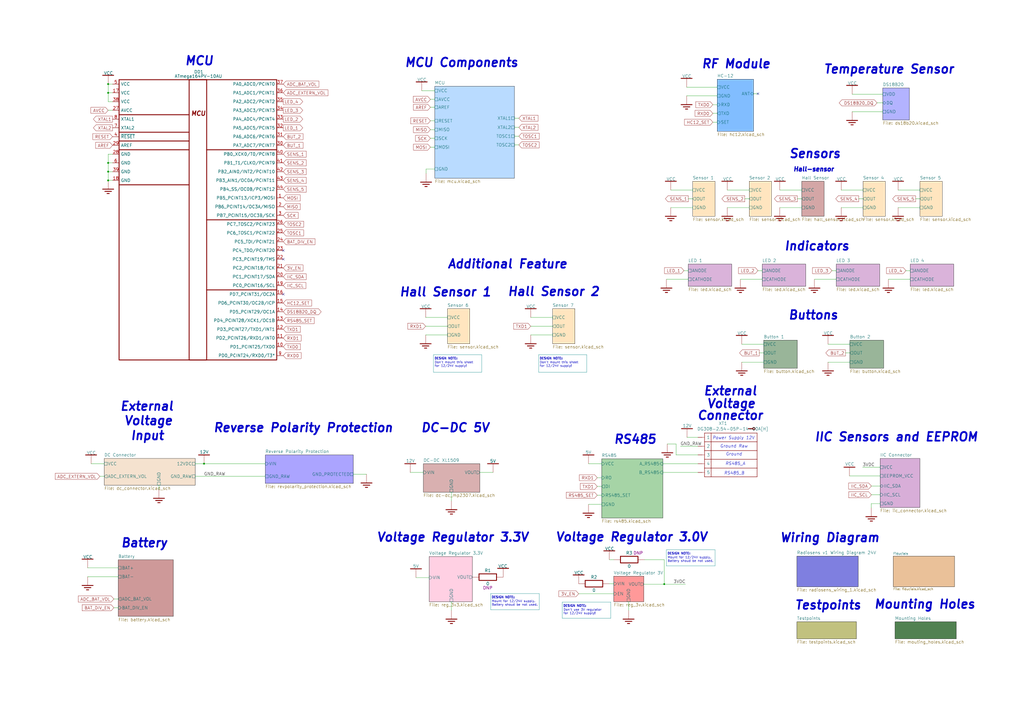
<source format=kicad_sch>
(kicad_sch (version 20230121) (generator eeschema)
  (paper "A2")
  (title_block (title "RadioSens v1") (date "2022-09-16") (comment 2 "Electrical Circuit"))
  (junction (at 385.318 338.836))
  (junction (at 62.738 104.648))
  (junction (at 62.738 94.488))
  (junction (at 62.738 48.768))
  (junction (at 62.738 99.568))
  (junction (at 118.364 268.986))
  (junction (at 62.738 53.848))
  (no_connect (at 164.338 145.288))
  (no_connect (at 164.338 150.368))
  (no_connect (at 164.338 170.688))
  (no_connect (at 439.674 54.356))
  (polyline (pts (xy 414.782 328.295) (xy 386.588 328.295)) (stroke (width 0) (color 0 132 132 1)))
  (wire (pts (xy 346.456 277.114) (xy 348.996 277.114)))
  (wire (pts (xy 356.108 324.612) (xy 353.441 324.612)))
  (wire (pts (xy 62.738 58.928) (xy 62.738 53.848)))
  (wire (pts (xy 341.376 292.608) (xy 348.996 292.608)))
  (wire (pts (xy 520.954 110.236) (xy 533.654 110.236)))
  (polyline (pts (xy 340.36 205.74) (xy 340.36 215.9)) (stroke (width 0) (color 0 132 132 1)))
  (polyline (pts (xy 326.136 349.25) (xy 354.33 349.25)) (stroke (width 0) (color 0 132 132 1)))
  (wire (pts (xy 525.526 156.972) (xy 528.066 156.972)))
  (wire (pts (xy 252.222 57.658) (xy 249.682 57.658)))
  (wire (pts (xy 261.874 354.076) (xy 261.874 348.996)))
  (polyline (pts (xy 251.46 205.74) (xy 279.4 205.74)) (stroke (width 0) (color 0 132 132 1)))
  (wire (pts (xy 261.874 290.576) (xy 261.874 285.496)))
  (wire (pts (xy 249.682 70.104) (xy 252.222 70.104)))
  (wire (pts (xy 432.054 115.316) (xy 434.594 115.316)))
  (wire (pts (xy 437.134 54.356) (xy 439.674 54.356)))
  (wire (pts (xy 118.364 268.986) (xy 153.924 268.986)))
  (wire (pts (xy 500.38 271.018) (xy 510.54 271.018)))
  (wire (pts (xy 341.376 268.986) (xy 348.996 268.986)))
  (wire (pts (xy 373.888 324.612) (xy 385.318 324.612)))
  (wire (pts (xy 392.176 263.906) (xy 404.876 263.906)))
  (polyline (pts (xy 312.801 344.297) (xy 312.801 353.695)) (stroke (width 0) (color 0 132 132 1)))
  (wire (pts (xy 62.738 94.488) (xy 65.278 94.488)))
  (wire (pts (xy 399.288 115.316) (xy 401.828 115.316)))
  (wire (pts (xy 413.512 70.866) (xy 416.052 70.866)))
  (wire (pts (xy 57.912 276.352) (xy 60.452 276.352)))
  (wire (pts (xy 389.128 110.236) (xy 401.828 110.236)))
  (wire (pts (xy 480.314 210.058) (xy 493.014 210.058)))
  (wire (pts (xy 505.46 287.02) (xy 510.54 287.02)))
  (wire (pts (xy 62.738 99.568) (xy 62.738 104.648)))
  (wire (pts (xy 246.888 184.15) (xy 259.588 184.15)))
  (wire (pts (xy 52.832 268.986) (xy 60.452 268.986)))
  (wire (pts (xy 505.46 292.1) (xy 505.46 294.64)))
  (wire (pts (xy 452.374 110.236) (xy 465.074 110.236)))
  (wire (pts (xy 249.682 85.344) (xy 252.222 85.344)))
  (wire (pts (xy 396.748 156.972) (xy 399.288 156.972)))
  (wire (pts (xy 244.602 52.578) (xy 252.222 52.578)))
  (wire (pts (xy 480.314 199.644) (xy 493.014 199.644)))
  (polyline (pts (xy 279.4 205.74) (xy 279.4 215.9)) (stroke (width 0) (color 0 132 132 1)))
  (wire (pts (xy 241.3 335.026) (xy 248.92 335.026)))
  (wire (pts (xy 92.202 283.972) (xy 92.202 281.432)))
  (polyline (pts (xy 386.588 318.897) (xy 414.782 318.897)) (stroke (width 0) (color 0 132 132 1)))
  (polyline (pts (xy 312.42 205.74) (xy 312.42 215.9)) (stroke (width 0) (color 0 132 132 1)))
  (polyline (pts (xy 340.36 215.9) (xy 312.42 215.9)) (stroke (width 0) (color 0 132 132 1)))
  (wire (pts (xy 413.512 65.786) (xy 416.052 65.786)))
  (wire (pts (xy 62.738 89.408) (xy 62.738 94.488)))
  (wire (pts (xy 490.474 204.724) (xy 493.014 204.724)))
  (wire (pts (xy 384.556 268.986) (xy 404.876 268.986)))
  (wire (pts (xy 385.318 324.612) (xy 385.318 338.836)))
  (wire (pts (xy 307.848 194.31) (xy 320.548 194.31)))
  (wire (pts (xy 413.512 60.706) (xy 416.052 60.706)))
  (wire (pts (xy 62.738 53.848) (xy 62.738 48.768)))
  (wire (pts (xy 335.661 344.424) (xy 355.981 344.424)))
  (wire (pts (xy 498.094 115.316) (xy 500.634 115.316)))
  (wire (pts (xy 392.176 257.556) (xy 392.176 263.906)))
  (wire (pts (xy 452.374 120.396) (xy 465.074 120.396)))
  (wire (pts (xy 307.848 184.15) (xy 320.548 184.15)))
  (wire (pts (xy 62.738 94.488) (xy 62.738 99.568)))
  (wire (pts (xy 66.04 352.552) (xy 68.58 352.552)))
  (wire (pts (xy 398.272 50.546) (xy 416.052 50.546)))
  (wire (pts (xy 487.934 120.396) (xy 500.634 120.396)))
  (wire (pts (xy 298.45 78.994) (xy 300.99 78.994)))
  (wire (pts (xy 249.682 75.184) (xy 252.222 75.184)))
  (wire (pts (xy 389.128 120.396) (xy 401.828 120.396)))
  (polyline (pts (xy 284.607 344.297) (xy 312.801 344.297)) (stroke (width 0) (color 0 132 132 1)))
  (wire (pts (xy 249.682 80.264) (xy 252.222 80.264)))
  (wire (pts (xy 421.894 120.396) (xy 434.594 120.396)))
  (wire (pts (xy 298.45 68.58) (xy 300.99 68.58)))
  (wire (pts (xy 398.526 253.746) (xy 404.876 253.746)))
  (wire (pts (xy 50.8 329.438) (xy 68.58 329.438)))
  (wire (pts (xy 237.998 274.066) (xy 245.618 274.066)))
  (wire (pts (xy 487.934 110.236) (xy 500.634 110.236)))
  (wire (pts (xy 66.04 347.472) (xy 68.58 347.472)))
  (wire (pts (xy 494.284 54.61) (xy 512.064 54.61)))
  (wire (pts (xy 65.278 64.008) (xy 62.738 64.008)))
  (wire (pts (xy 398.272 55.626) (xy 416.052 55.626)))
  (polyline (pts (xy 312.42 205.74) (xy 340.36 205.74)) (stroke (width 0) (color 0 132 132 1)))
  (wire (pts (xy 482.6 156.972) (xy 485.14 156.972)))
  (wire (pts (xy 62.738 99.568) (xy 65.278 99.568)))
  (wire (pts (xy 430.276 210.058) (xy 442.976 210.058)))
  (wire (pts (xy 62.738 48.768) (xy 65.278 48.768)))
  (wire (pts (xy 492.76 276.098) (xy 510.54 276.098)))
  (wire (pts (xy 62.738 89.408) (xy 65.278 89.408)))
  (polyline (pts (xy 251.46 205.74) (xy 251.46 215.9)) (stroke (width 0) (color 0 132 132 1)))
  (wire (pts (xy 62.738 58.928) (xy 65.278 58.928)))
  (polyline (pts (xy 386.588 318.897) (xy 386.588 328.295)) (stroke (width 0) (color 0 132 132 1)))
  (polyline (pts (xy 312.801 353.695) (xy 284.607 353.695)) (stroke (width 0) (color 0 132 132 1)))
  (wire (pts (xy 533.654 115.316) (xy 531.114 115.316)))
  (wire (pts (xy 346.456 287.274) (xy 348.996 287.274)))
  (polyline (pts (xy 326.136 349.25) (xy 326.136 358.648)) (stroke (width 0) (color 0 132 132 1)))
  (wire (pts (xy 246.888 194.31) (xy 259.588 194.31)))
  (wire (pts (xy 278.384 274.066) (xy 286.004 274.066)))
  (wire (pts (xy 384.556 274.066) (xy 404.876 274.066)))
  (wire (pts (xy 204.978 275.082) (xy 212.598 275.082)))
  (wire (pts (xy 462.534 115.316) (xy 465.074 115.316)))
  (wire (pts (xy 346.456 282.194) (xy 348.996 282.194)))
  (wire (pts (xy 364.617 354.076) (xy 364.617 348.996)))
  (wire (pts (xy 113.284 268.986) (xy 118.364 268.986)))
  (wire (pts (xy 113.284 276.352) (xy 153.924 276.352)))
  (polyline (pts (xy 354.33 358.648) (xy 326.136 358.648)) (stroke (width 0) (color 0 132 132 1)))
  (wire (pts (xy 247.142 98.044) (xy 252.222 98.044)))
  (wire (pts (xy 50.8 334.518) (xy 68.58 334.518)))
  (wire (pts (xy 439.674 156.972) (xy 442.214 156.972)))
  (polyline (pts (xy 284.607 344.297) (xy 284.607 353.695)) (stroke (width 0) (color 0 132 132 1)))
  (wire (pts (xy 520.954 120.396) (xy 533.654 120.396)))
  (wire (pts (xy 508.762 59.69) (xy 512.064 59.69)))
  (wire (pts (xy 62.738 53.848) (xy 65.278 53.848)))
  (wire (pts (xy 510.54 292.1) (xy 505.46 292.1)))
  (wire (pts (xy 373.507 338.836) (xy 385.318 338.836)))
  (polyline (pts (xy 414.782 318.897) (xy 414.782 328.295)) (stroke (width 0) (color 0 132 132 1)))
  (wire (pts (xy 394.716 258.826) (xy 404.876 258.826)))
  (wire (pts (xy 385.318 338.836) (xy 397.637 338.836)))
  (wire (pts (xy 249.682 62.23) (xy 252.222 62.23)))
  (wire (pts (xy 494.284 64.77) (xy 512.064 64.77)))
  (wire (pts (xy 387.096 257.556) (xy 392.176 257.556)))
  (wire (pts (xy 472.44 162.052) (xy 485.14 162.052)))
  (wire (pts (xy 440.436 204.724) (xy 442.976 204.724)))
  (wire (pts (xy 353.441 338.582) (xy 355.981 338.582)))
  (wire (pts (xy 307.848 189.23) (xy 320.548 189.23)))
  (polyline (pts (xy 279.4 215.9) (xy 251.46 215.9)) (stroke (width 0) (color 0 132 132 1)))
  (wire (pts (xy 298.45 73.914) (xy 300.99 73.914)))
  (wire (pts (xy 421.894 110.236) (xy 434.594 110.236)))
  (wire (pts (xy 515.366 162.052) (xy 528.066 162.052)))
  (wire (pts (xy 246.888 189.23) (xy 259.588 189.23)))
  (wire (pts (xy 62.738 104.648) (xy 65.278 104.648)))
  (wire (pts (xy 247.142 100.584) (xy 247.142 98.044)))
  (polyline (pts (xy 354.33 349.25) (xy 354.33 358.648)) (stroke (width 0) (color 0 132 132 1)))
  (wire (pts (xy 386.588 162.052) (xy 399.288 162.052)))
  (wire (pts (xy 429.514 162.052) (xy 442.214 162.052)))
  (wire (pts (xy 298.45 84.074) (xy 300.99 84.074)))
  (wire (pts (xy 430.276 199.644) (xy 442.976 199.644)))
  (wire (pts (xy 505.46 281.94) (xy 510.54 281.94)))
  (text "MCU Components" (at 234.442 39.37 0) (effects (font (size 5.0038 5.0038) (thickness 1.0008) bold italic) (justify left bottom)))
  (text "External" (at 69.342 238.76 0) (effects (font (size 5.0038 5.0038) (thickness 1.0008) bold italic) (justify left bottom)))
  (text "External" (at 407.797 229.87 0) (effects (font (size 5.0038 5.0038) (thickness 1.0008) bold italic) (justify left bottom)))
  (text "Don't use 3V regulator\nfor 12/24V supply!" (at 326.771 356.616 0) (effects (font (size 1.27 1.27)) (justify left bottom)))
  (text "Connector" (at 404.114 244.094 0) (effects (font (size 5.0038 5.0038) (thickness 1.0008) bold italic) (justify left bottom)))
  (text "Don't mount this sheet\nfor 12/24V supply!" (at 252.095 213.106 0) (effects (font (size 1.27 1.27)) (justify left bottom)))
  (text "Voltage Regulator 3.0V" (at 321.9449 314.579 0) (effects (font (size 5.0038 5.0038) (thickness 1.0008) bold italic) (justify left bottom)))
  (text "DESIGN NOTE:" (at 251.968 208.788 0) (effects (font (size 1.27 1.27) (thickness 0.254) bold) (justify left bottom)))
  (text "DESIGN NOTE:" (at 326.644 352.298 0) (effects (font (size 1.27 1.27) (thickness 0.254) bold) (justify left bottom)))
  (text "Hall Sensor 1" (at 231.394 172.466 0) (effects (font (size 5.0038 5.0038) (thickness 1.0008) bold italic) (justify left bottom)))
  (text "Voltage" (at 409.702 237.236 0) (effects (font (size 5.0038 5.0038) (thickness 1.0008) bold italic) (justify left bottom)))
  (text "Voltage Regulator 3.3V" (at 218.186 314.706 0) (effects (font (size 5.0038 5.0038) (thickness 1.0008) bold italic) (justify left bottom)))
  (text "RS485_A" (at 420.751 270.129 0) (effects (font (size 1.778 1.778) italic) (justify left bottom)))
  (text "DC-DC 5V" (at 243.84 251.206 0) (effects (font (size 5.0038 5.0038) (thickness 1.0008) bold italic) (justify left bottom)))
  (text "DESIGN NOTE:" (at 312.928 208.788 0) (effects (font (size 1.27 1.27) (thickness 0.254) bold) (justify left bottom)))
  (text "Hall Sensor 2" (at 294.132 172.212 0) (effects (font (size 5.0038 5.0038) (thickness 1.0008) bold italic) (justify left bottom)))
  (text "DESIGN NOTE:" (at 285.115 347.345 0) (effects (font (size 1.27 1.27) (thickness 0.254) bold) (justify left bottom)))
  (text "Mounting Holes" (at 506.73 353.568 0) (effects (font (size 5 5) (thickness 1.0008) bold italic) (justify left bottom)))
  (text "Indicators" (at 454.66 145.796 0) (effects (font (size 5 5) (thickness 1.0008) bold italic) (justify left bottom)))
  (text "RS485" (at 355.727 257.937 0) (effects (font (size 5.0038 5.0038) (thickness 1.0008) bold italic) (justify left bottom)))
  (text "Don't mount this sheet\nfor 12/24V supply!" (at 313.055 213.106 0) (effects (font (size 1.27 1.27)) (justify left bottom)))
  (text "Additional Feature" (at 259.334 156.21 0) (effects (font (size 5.0038 5.0038) (thickness 1.0008) bold italic) (justify left bottom)))
  (text "Testpoints" (at 460.756 354.076 0) (effects (font (size 5.0038 5.0038) (thickness 1.0008) bold italic) (justify left bottom)))
  (text "Battery" (at 69.85 318.008 0) (effects (font (size 5 5) (thickness 1.0008) bold italic) (justify left bottom)))
  (text "Voltage" (at 71.628 247.142 0) (effects (font (size 5.0038 5.0038) (thickness 1.0008) bold italic) (justify left bottom)))
  (text "Input" (at 75.438 255.778 0) (effects (font (size 5.0038 5.0038) (thickness 1.0008) bold italic) (justify left bottom)))
  (text "IIC Sensors and EEPROM" (at 472.186 256.54 0) (effects (font (size 5.0038 5.0038) (thickness 1.0008) bold italic) (justify left bottom)))
  (text "Hall-sensor" (at 459.994 99.822 0) (effects (font (size 2.54 2.54) (thickness 1.0008) bold italic) (justify left bottom)))
  (text "Reverse Polarity Protection" (at 123.444 251.206 0) (effects (font (size 5.0038 5.0038) (thickness 1.0008) bold italic) (justify left bottom)))
  (text "DESIGN NOTE:" (at 387.096 321.945 0) (effects (font (size 1.27 1.27) (thickness 0.254) bold) (justify left bottom)))
  (text "Mount for 12/24V supply.\nBattery shoud be not used." (at 285.242 351.663 0) (effects (font (size 1.27 1.27)) (justify left bottom)))
  (text "Temperature Sensor" (at 477.52 43.18 0) (effects (font (size 5.0038 5.0038) (thickness 1.0008) bold italic) (justify left bottom)))
  (text "RF Module" (at 406.654 40.132 0) (effects (font (size 5.0038 5.0038) (thickness 1.0008) bold italic) (justify left bottom)))
  (text "Mount for 12/24V supply.\nBattery shoud be not used." (at 387.223 326.263 0) (effects (font (size 1.27 1.27)) (justify left bottom)))
  (text "MCU" (at 106.934 38.354 0) (effects (font (size 5.0038 5.0038) (thickness 1.0008) bold italic) (justify left bottom)))
  (text "RS485_B" (at 419.989 275.59 0) (effects (font (size 1.778 1.778) italic) (justify left bottom)))
  (text "Ground" (at 421.005 264.541 0) (effects (font (size 1.778 1.778) italic) (justify left bottom)))
  (text "Ground Raw" (at 417.703 259.969 0) (effects (font (size 1.778 1.778) italic) (justify left bottom)))
  (text "Power Supply 12V" (at 413.258 255.143 0) (effects (font (size 1.778 1.778) italic) (justify left bottom)))
  (text "Buttons" (at 456.9671 185.8439 0) (effects (font (size 5 5) (thickness 1.0008) bold italic) (justify left bottom)))
  (text "Sensors" (at 457.454 92.202 0) (effects (font (size 5.0038 5.0038) (thickness 1.0008) bold italic) (justify left bottom)))
  (text "Wiring Diagram" (at 452.12 314.96 0) (effects (font (size 5.0038 5.0038) (thickness 1.0008) bold italic) (justify left bottom)))
  (label "3VDC" (at 500.38 271.018 0) (effects (font (size 1.778 1.778))))
  (label "GND_RAW" (at 394.716 258.826 0) (effects (font (size 1.778 1.778))))
  (label "GND_RAW" (at 118.364 276.352 0) (effects (font (size 1.778 1.778))))
  (label "3VDC" (at 397.637 338.836 180) (effects (font (size 1.778 1.778))))
  (global_label "HC12_SET" (shape input) (at 413.512 70.866 180) (effects (font (size 1.778 1.778))) (property "Intersheetrefs" "${INTERSHEET_REFS}" (at 397.2195 70.7549 0) (effects (font (size 1.778 1.778)) (justify right))))
  (global_label "TXD1" (shape input) (at 346.456 282.194 180) (effects (font (size 1.778 1.778))) (property "Intersheetrefs" "${INTERSHEET_REFS}" (at 336.6829 282.3051 0) (effects (font (size 1.778 1.778)) (justify right))))
  (global_label "RESET" (shape input) (at 249.682 70.104 180) (effects (font (size 1.778 1.778))) (property "Intersheetrefs" "${INTERSHEET_REFS}" (at 238.3849 69.9929 0) (effects (font (size 1.778 1.778)) (justify right))))
  (global_label "ADC_BAT_VOL" (shape input) (at 164.338 48.768 0) (effects (font (size 1.778 1.778))) (property "Intersheetrefs" "${INTERSHEET_REFS}" (at 184.8638 48.6569 0) (effects (font (size 1.778 1.778)) (justify left))))
  (global_label "HC12_SET" (shape input) (at 164.338 175.768 0) (effects (font (size 1.778 1.778))) (property "Intersheetrefs" "${INTERSHEET_REFS}" (at 180.6305 175.8791 0) (effects (font (size 1.778 1.778)) (justify left))))
  (global_label "RS485_SET" (shape input) (at 346.456 287.274 180) (effects (font (size 1.778 1.778))) (property "Intersheetrefs" "${INTERSHEET_REFS}" (at 328.6395 287.1629 0) (effects (font (size 1.778 1.778)) (justify right))))
  (global_label "XTAL2" (shape input) (at 300.99 73.914 0) (effects (font (size 1.778 1.778))) (property "Intersheetrefs" "${INTERSHEET_REFS}" (at 760.095 -63.246 0) (effects (justify left))))
  (global_label "LED_4" (shape input) (at 525.526 156.972 180) (effects (font (size 1.778 1.778))) (property "Intersheetrefs" "${INTERSHEET_REFS}" (at 514.3982 156.8609 0) (effects (font (size 1.778 1.778)) (justify right))))
  (global_label "BAT_DIV_EN" (shape input) (at 164.338 140.208 0) (effects (font (size 1.778 1.778))) (property "Intersheetrefs" "${INTERSHEET_REFS}" (at 182.5778 140.3191 0) (effects (font (size 1.778 1.778)) (justify left))))
  (global_label "ADC_EXTERN_VOL" (shape input) (at 57.912 276.352 180) (effects (font (size 1.778 1.778))) (property "Intersheetrefs" "${INTERSHEET_REFS}" (at 32.1369 276.4631 0) (effects (font (size 1.778 1.778)) (justify right))))
  (global_label "XTAL1" (shape input) (at 300.99 68.58 0) (effects (font (size 1.778 1.778))) (property "Intersheetrefs" "${INTERSHEET_REFS}" (at 760.095 -43.18 0) (effects (justify left))))
  (global_label "IIC_SDA" (shape input) (at 164.338 160.528 0) (effects (font (size 1.778 1.778))) (property "Intersheetrefs" "${INTERSHEET_REFS}" (at 177.4131 160.4169 0) (effects (font (size 1.778 1.778)) (justify left))))
  (global_label "LED_4" (shape output) (at 164.338 58.928 0) (effects (font (size 1.778 1.778))) (property "Intersheetrefs" "${INTERSHEET_REFS}" (at 175.4658 58.8169 0) (effects (font (size 1.778 1.778)) (justify left))))
  (global_label "AREF" (shape input) (at 65.278 84.328 180) (effects (font (size 1.778 1.778))) (property "Intersheetrefs" "${INTERSHEET_REFS}" (at 55.5895 84.2169 0) (effects (font (size 1.778 1.778)) (justify right))))
  (global_label "BUT_2" (shape input) (at 164.338 79.248 0) (effects (font (size 1.778 1.778))) (property "Intersheetrefs" "${INTERSHEET_REFS}" (at 175.6351 79.1369 0) (effects (font (size 1.778 1.778)) (justify left))))
  (global_label "LED_1" (shape input) (at 396.748 156.972 180) (effects (font (size 1.778 1.778))) (property "Intersheetrefs" "${INTERSHEET_REFS}" (at 385.6202 156.8609 0) (effects (font (size 1.778 1.778)) (justify right))))
  (global_label "IIC_SCL" (shape input) (at 164.338 165.608 0) (effects (font (size 1.778 1.778))) (property "Intersheetrefs" "${INTERSHEET_REFS}" (at 177.3285 165.4969 0) (effects (font (size 1.778 1.778)) (justify left))))
  (global_label "MISO" (shape input) (at 164.338 119.888 0) (effects (font (size 1.778 1.778))) (property "Intersheetrefs" "${INTERSHEET_REFS}" (at 174.0265 119.7769 0) (effects (font (size 1.778 1.778)) (justify left))))
  (global_label "AREF" (shape input) (at 249.682 62.23 180) (effects (font (size 1.778 1.778))) (property "Intersheetrefs" "${INTERSHEET_REFS}" (at 239.9935 62.1189 0) (effects (font (size 1.778 1.778)) (justify right))))
  (global_label "RXD1" (shape input) (at 164.338 196.088 0) (effects (font (size 1.778 1.778))) (property "Intersheetrefs" "${INTERSHEET_REFS}" (at 174.5345 195.9769 0) (effects (font (size 1.778 1.778)) (justify left))))
  (global_label "SCK" (shape input) (at 164.338 124.968 0) (effects (font (size 1.778 1.778))) (property "Intersheetrefs" "${INTERSHEET_REFS}" (at 172.8411 124.8569 0) (effects (font (size 1.778 1.778)) (justify left))))
  (global_label "TXD1" (shape input) (at 307.848 189.23 180) (effects (font (size 1.778 1.778))) (property "Intersheetrefs" "${INTERSHEET_REFS}" (at 298.0749 189.3411 0) (effects (font (size 1.778 1.778)) (justify right))))
  (global_label "LED_1" (shape output) (at 164.338 74.168 0) (effects (font (size 1.778 1.778))) (property "Intersheetrefs" "${INTERSHEET_REFS}" (at 175.4658 74.0569 0) (effects (font (size 1.778 1.778)) (justify left))))
  (global_label "SENS_3" (shape input) (at 164.338 99.568 0) (effects (font (size 1.778 1.778))) (property "Intersheetrefs" "${INTERSHEET_REFS}" (at 177.4978 99.4569 0) (effects (font (size 1.778 1.778)) (justify left))))
  (global_label "RXD0" (shape input) (at 164.338 206.248 0) (effects (font (size 1.778 1.778))) (property "Intersheetrefs" "${INTERSHEET_REFS}" (at 174.5345 206.1369 0) (effects (font (size 1.778 1.778)) (justify left))))
  (global_label "SENS_2" (shape input) (at 164.338 94.488 0) (effects (font (size 1.778 1.778))) (property "Intersheetrefs" "${INTERSHEET_REFS}" (at 177.4978 94.3769 0) (effects (font (size 1.778 1.778)) (justify left))))
  (global_label "ADC_EXTERN_VOL" (shape input) (at 164.338 53.848 0) (effects (font (size 1.778 1.778))) (property "Intersheetrefs" "${INTERSHEET_REFS}" (at 190.1131 53.7369 0) (effects (font (size 1.778 1.778)) (justify left))))
  (global_label "DS18B20_DQ" (shape bidirectional) (at 508.762 59.69 180) (effects (font (size 1.778 1.778))) (property "Intersheetrefs" "${INTERSHEET_REFS}" (at 488.4902 59.8011 0) (effects (font (size 1.778 1.778)) (justify right))))
  (global_label "3V_EN" (shape input) (at 335.661 344.424 180) (effects (font (size 1.778 1.778))) (property "Intersheetrefs" "${INTERSHEET_REFS}" (at 324.3639 344.5351 0) (effects (font (size 1.778 1.778)) (justify right))))
  (global_label "AVCC" (shape input) (at 249.682 57.658 180) (effects (font (size 1.778 1.778))) (property "Intersheetrefs" "${INTERSHEET_REFS}" (at 239.8242 57.5469 0) (effects (font (size 1.778 1.778)) (justify right))))
  (global_label "SENS_1" (shape output) (at 399.288 115.316 180) (effects (font (size 1.778 1.778))) (property "Intersheetrefs" "${INTERSHEET_REFS}" (at 386.1282 115.2049 0) (effects (font (size 1.778 1.778)) (justify right))))
  (global_label "SENS_2" (shape output) (at 432.054 115.316 180) (effects (font (size 1.778 1.778))) (property "Intersheetrefs" "${INTERSHEET_REFS}" (at 418.8942 115.2049 0) (effects (font (size 1.778 1.778)) (justify right))))
  (global_label "BUT_1" (shape input) (at 164.338 84.328 0) (effects (font (size 1.778 1.778))) (property "Intersheetrefs" "${INTERSHEET_REFS}" (at 175.6351 84.4391 0) (effects (font (size 1.778 1.778)) (justify left))))
  (global_label "RESET" (shape input) (at 65.278 79.248 180) (effects (font (size 1.778 1.778))) (property "Intersheetrefs" "${INTERSHEET_REFS}" (at 53.9809 79.1369 0) (effects (font (size 1.778 1.778)) (justify right))))
  (global_label "BUT_1" (shape output) (at 440.436 204.724 180) (effects (font (size 1.778 1.778))) (property "Intersheetrefs" "${INTERSHEET_REFS}" (at 429.1389 204.6129 0) (effects (font (size 1.778 1.778)) (justify right))))
  (global_label "AVCC" (shape input) (at 62.738 64.008 180) (effects (font (size 1.778 1.778))) (property "Intersheetrefs" "${INTERSHEET_REFS}" (at 52.8802 63.8969 0) (effects (font (size 1.778 1.778)) (justify right))))
  (global_label "RXD1" (shape input) (at 346.456 277.114 180) (effects (font (size 1.778 1.778))) (property "Intersheetrefs" "${INTERSHEET_REFS}" (at 336.2595 277.2251 0) (effects (font (size 1.778 1.778)) (justify right))))
  (global_label "SENS_1" (shape input) (at 164.338 89.408 0) (effects (font (size 1.778 1.778))) (property "Intersheetrefs" "${INTERSHEET_REFS}" (at 177.4978 89.2969 0) (effects (font (size 1.778 1.778)) (justify left))))
  (global_label "MOSI" (shape input) (at 249.682 85.344 180) (effects (font (size 1.778 1.778))) (property "Intersheetrefs" "${INTERSHEET_REFS}" (at 239.9935 85.4551 0) (effects (font (size 1.778 1.778)) (justify right))))
  (global_label "IIC_SDA" (shape input) (at 505.46 281.94 180) (effects (font (size 1.778 1.778))) (property "Intersheetrefs" "${INTERSHEET_REFS}" (at 492.3849 281.8289 0) (effects (font (size 1.778 1.778)) (justify right))))
  (global_label "SENS_5" (shape input) (at 164.338 109.728 0) (effects (font (size 1.778 1.778))) (property "Intersheetrefs" "${INTERSHEET_REFS}" (at 177.4978 109.6169 0) (effects (font (size 1.778 1.778)) (justify left))))
  (global_label "RXD1" (shape input) (at 246.888 189.23 180) (effects (font (size 1.778 1.778))) (property "Intersheetrefs" "${INTERSHEET_REFS}" (at 236.6915 189.3411 0) (effects (font (size 1.778 1.778)) (justify right))))
  (global_label "TXD1" (shape input) (at 164.338 191.008 0) (effects (font (size 1.778 1.778))) (property "Intersheetrefs" "${INTERSHEET_REFS}" (at 174.1111 190.8969 0) (effects (font (size 1.778 1.778)) (justify left))))
  (global_label "DS18B20_DQ" (shape bidirectional) (at 164.338 180.848 0) (effects (font (size 1.778 1.778))) (property "Intersheetrefs" "${INTERSHEET_REFS}" (at 184.6098 180.7369 0) (effects (font (size 1.778 1.778)) (justify left))))
  (global_label "TOSC2" (shape input) (at 300.99 84.074 0) (effects (font (size 1.778 1.778))) (property "Intersheetrefs" "${INTERSHEET_REFS}" (at 312.6258 83.9629 0) (effects (font (size 1.778 1.778)) (justify left))))
  (global_label "LED_3" (shape input) (at 482.6 156.972 180) (effects (font (size 1.778 1.778))) (property "Intersheetrefs" "${INTERSHEET_REFS}" (at 471.4722 156.8609 0) (effects (font (size 1.778 1.778)) (justify right))))
  (global_label "IIC_SCL" (shape input) (at 505.46 287.02 180) (effects (font (size 1.778 1.778))) (property "Intersheetrefs" "${INTERSHEET_REFS}" (at 492.4695 286.9089 0) (effects (font (size 1.778 1.778)) (justify right))))
  (global_label "SENS_3" (shape output) (at 462.534 115.316 180) (effects (font (size 1.778 1.778))) (property "Intersheetrefs" "${INTERSHEET_REFS}" (at 449.3742 115.2049 0) (effects (font (size 1.778 1.778)) (justify right))))
  (global_label "TOSC1" (shape input) (at 164.338 135.128 0) (effects (font (size 1.778 1.778))) (property "Intersheetrefs" "${INTERSHEET_REFS}" (at 175.9738 135.0169 0) (effects (font (size 1.778 1.778)) (justify left))))
  (global_label "TOSC2" (shape input) (at 164.338 130.048 0) (effects (font (size 1.778 1.778))) (property "Intersheetrefs" "${INTERSHEET_REFS}" (at 175.9738 129.9369 0) (effects (font (size 1.778 1.778)) (justify left))))
  (global_label "TXD0" (shape input) (at 413.512 60.706 180) (effects (font (size 1.778 1.778))) (property "Intersheetrefs" "${INTERSHEET_REFS}" (at 403.7389 60.5949 0) (effects (font (size 1.778 1.778)) (justify right))))
  (global_label "XTAL2" (shape output) (at 65.278 74.168 180) (effects (font (size 1.778 1.778))) (property "Intersheetrefs" "${INTERSHEET_REFS}" (at 54.3195 74.0569 0) (effects (font (size 1.778 1.778)) (justify right))))
  (global_label "MISO" (shape input) (at 249.682 75.184 180) (effects (font (size 1.778 1.778))) (property "Intersheetrefs" "${INTERSHEET_REFS}" (at 239.9935 75.2951 0) (effects (font (size 1.778 1.778)) (justify right))))
  (global_label "ADC_BAT_VOL" (shape input) (at 66.04 347.472 180) (effects (font (size 1.778 1.778))) (property "Intersheetrefs" "${INTERSHEET_REFS}" (at 45.5142 347.3609 0) (effects (font (size 1.778 1.778)) (justify right))))
  (global_label "SENS_5" (shape output) (at 531.114 115.316 180) (effects (font (size 1.778 1.778))) (property "Intersheetrefs" "${INTERSHEET_REFS}" (at 517.9542 115.2049 0) (effects (font (size 1.778 1.778)) (justify right))))
  (global_label "BAT_DIV_EN" (shape input) (at 66.04 352.552 180) (effects (font (size 1.778 1.778))) (property "Intersheetrefs" "${INTERSHEET_REFS}" (at 47.8002 352.4409 0) (effects (font (size 1.778 1.778)) (justify right))))
  (global_label "XTAL1" (shape output) (at 65.278 69.088 180) (effects (font (size 1.778 1.778))) (property "Intersheetrefs" "${INTERSHEET_REFS}" (at 54.3195 68.9769 0) (effects (font (size 1.778 1.778)) (justify right))))
  (global_label "TOSC1" (shape input) (at 300.99 78.994 0) (effects (font (size 1.778 1.778))) (property "Intersheetrefs" "${INTERSHEET_REFS}" (at 312.6258 78.8829 0) (effects (font (size 1.778 1.778)) (justify left))))
  (global_label "SCK" (shape input) (at 249.682 80.264 180) (effects (font (size 1.778 1.778))) (property "Intersheetrefs" "${INTERSHEET_REFS}" (at 241.1789 80.3751 0) (effects (font (size 1.778 1.778)) (justify right))))
  (global_label "BUT_2" (shape output) (at 490.474 204.724 180) (effects (font (size 1.778 1.778))) (property "Intersheetrefs" "${INTERSHEET_REFS}" (at 479.1769 204.6129 0) (effects (font (size 1.778 1.778)) (justify right))))
  (global_label "LED_2" (shape input) (at 439.674 156.972 180) (effects (font (size 1.778 1.778))) (property "Intersheetrefs" "${INTERSHEET_REFS}" (at 428.5462 156.8609 0) (effects (font (size 1.778 1.778)) (justify right))))
  (global_label "RXD0" (shape input) (at 413.512 65.786 180) (effects (font (size 1.778 1.778))) (property "Intersheetrefs" "${INTERSHEET_REFS}" (at 403.3155 65.6749 0) (effects (font (size 1.778 1.778)) (justify right))))
  (global_label "LED_2" (shape output) (at 164.338 69.088 0) (effects (font (size 1.778 1.778))) (property "Intersheetrefs" "${INTERSHEET_REFS}" (at 175.4658 68.9769 0) (effects (font (size 1.778 1.778)) (justify left))))
  (global_label "SENS_4" (shape output) (at 498.094 115.316 180) (effects (font (size 1.778 1.778))) (property "Intersheetrefs" "${INTERSHEET_REFS}" (at 484.9342 115.2049 0) (effects (font (size 1.778 1.778)) (justify right))))
  (global_label "LED_3" (shape output) (at 164.338 64.008 0) (effects (font (size 1.778 1.778))) (property "Intersheetrefs" "${INTERSHEET_REFS}" (at 175.4658 63.8969 0) (effects (font (size 1.778 1.778)) (justify left))))
  (global_label "SENS_4" (shape input) (at 164.338 104.648 0) (effects (font (size 1.778 1.778))) (property "Intersheetrefs" "${INTERSHEET_REFS}" (at 177.4978 104.5369 0) (effects (font (size 1.778 1.778)) (justify left))))
  (global_label "RS485_SET" (shape input) (at 164.338 185.928 0) (effects (font (size 1.778 1.778))) (property "Intersheetrefs" "${INTERSHEET_REFS}" (at 182.1545 185.8169 0) (effects (font (size 1.778 1.778)) (justify left))))
  (global_label "3V_EN" (shape input) (at 164.338 155.448 0) (effects (font (size 1.778 1.778))) (property "Intersheetrefs" "${INTERSHEET_REFS}" (at 175.6351 155.3369 0) (effects (font (size 1.778 1.778)) (justify left))))
  (global_label "TXD0" (shape input) (at 164.338 201.168 0) (effects (font (size 1.778 1.778))) (property "Intersheetrefs" "${INTERSHEET_REFS}" (at 174.1111 201.0569 0) (effects (font (size 1.778 1.778)) (justify left))))
  (global_label "MOSI" (shape input) (at 164.338 114.808 0) (effects (font (size 1.778 1.778))) (property "Intersheetrefs" "${INTERSHEET_REFS}" (at 174.0265 114.6969 0) (effects (font (size 1.778 1.778)) (justify left))))
  (symbol (lib_id "Power:GROUND") (at 50.8 339.598 0) (unit 1)
    (property "Reference" "#PWR02" (effects hide))
    (property "Value" "GROUND" (effects hide))
  )
  (symbol (lib_id "Power:GROUND") (at 92.202 289.052 0) (unit 1)
    (property "Reference" "#PWR04" (effects hide))
    (property "Value" "GROUND" (effects hide))
  )
  (symbol (lib_id "Connectors:XT_CONTACT_ARR5") (at 422.656 261.366 0) (unit 1)
    (property "Reference" "XT1" (at 416.814 245.618 0) (effects (font (size 1.778 1.778)) (justify left)))
    (property "Value" "DG308-2.54-05P-14-00A[H]" (at 404.368 248.793 0) (effects (font (size 1.778 1.778)) (justify left)))
    (property "Footprint" "TerminalBlock_Phoenix:TerminalBlock_DG308-2.54-05P-14-00A(H)" (effects hide))
  )
  (symbol (lib_id "Power:GROUND") (at 494.284 69.85 0) (unit 1)
    (property "Reference" "#PWR026" (effects hide))
    (property "Value" "GROUND" (effects hide))
  )
  (symbol (lib_id "Power:POWER") (at 286.004 274.066 0) (unit 1)
    (property "Reference" "#PWR011" (effects hide))
    (property "Value" "POWER" (effects hide))
  )
  (symbol (lib_id "Power:VCC") (at 430.276 194.564 0) (unit 1) (in_bom no) (on_board no)
    (property "Reference" "#U016" (effects hide))
    (property "Value" "VCC" (at 427.736 193.294 0) (effects (font (size 1.778 1.778)) (justify left)))
  )
  (symbol (lib_id "Power:VCC") (at 353.441 319.532 0) (unit 1) (in_bom no) (on_board no)
    (property "Reference" "#U012" (effects hide))
    (property "Value" "VCC" (at 350.901 318.262 0) (effects (font (size 1.778 1.778)) (justify left)))
  )
  (symbol (lib_id "Power:GROUND") (at 307.848 199.39 0) (unit 1)
    (property "Reference" "#PWR012" (effects hide))
    (property "Value" "GROUND" (effects hide))
  )
  (symbol (lib_id "Power:VCC") (at 520.954 105.156 0) (unit 1) (in_bom no) (on_board no)
    (property "Reference" "#U022" (effects hide))
    (property "Value" "VCC" (at 518.414 103.886 0) (effects (font (size 1.778 1.778)) (justify left)))
  )
  (symbol (lib_id "Power:VCC") (at 244.602 47.498 0) (unit 1) (in_bom no) (on_board no)
    (property "Reference" "#U05" (effects hide))
    (property "Value" "VCC" (at 242.062 46.228 0) (effects (font (size 1.778 1.778)) (justify left)))
  )
  (symbol (lib_id "Power:VCC") (at 480.314 194.564 0) (unit 1) (in_bom no) (on_board no)
    (property "Reference" "#U018" (effects hide))
    (property "Value" "VCC" (at 477.774 193.294 0) (effects (font (size 1.778 1.778)) (justify left)))
  )
  (symbol (lib_id "Power:5V") (at 286.004 268.986 0) (unit 1) (in_bom no) (on_board no)
    (property "Reference" "#U07" (effects hide))
    (property "Value" "5V" (at 284.226 267.462 0) (effects (font (size 1.778 1.778)) (justify left)))
  )
  (symbol (lib_id "Power:GROUND") (at 212.598 280.162 0) (unit 1)
    (property "Reference" "#PWR06" (effects hide))
    (property "Value" "GROUND" (effects hide))
  )
  (symbol (lib_id "Power:GROUND") (at 421.894 125.476 0) (unit 1)
    (property "Reference" "#PWR019" (effects hide))
    (property "Value" "GROUND" (effects hide))
  )
  (symbol (lib_id "Power:VCC") (at 50.8 324.358 0) (unit 1) (in_bom no) (on_board no)
    (property "Reference" "#U01" (effects hide))
    (property "Value" "VCC" (at 48.26 323.088 0) (effects (font (size 1.778 1.778)) (justify left)))
  )
  (symbol (lib_id "Power:VCC") (at 307.848 179.07 0) (unit 1) (in_bom no) (on_board no)
    (property "Reference" "#U09" (effects hide))
    (property "Value" "VCC" (at 305.308 177.8 0) (effects (font (size 1.778 1.778)) (justify left)))
  )
  (symbol (lib_id "Power:VCC") (at 52.832 263.906 0) (unit 1) (in_bom no) (on_board no)
    (property "Reference" "#U02" (effects hide))
    (property "Value" "VCC" (at 50.292 262.636 0) (effects (font (size 1.778 1.778)) (justify left)))
  )
  (symbol (lib_id "Power:GROUND") (at 515.366 167.132 0) (unit 1)
    (property "Reference" "#PWR028" (effects hide))
    (property "Value" "GROUND" (effects hide))
  )
  (symbol (lib_id "Power:VCC") (at 335.661 333.502 0) (unit 1) (in_bom no) (on_board no)
    (property "Reference" "#U010" (effects hide))
    (property "Value" "VCC" (at 333.121 332.232 0) (effects (font (size 1.778 1.778)) (justify left)))
  )
  (symbol (lib_id "Power:GROUND") (at 62.738 109.728 0) (unit 1)
    (property "Reference" "#PWR03" (effects hide))
    (property "Value" "GROUND" (effects hide))
  )
  (symbol (lib_id "Power:GROUND") (at 430.276 215.138 0) (unit 1)
    (property "Reference" "#PWR021" (effects hide))
    (property "Value" "GROUND" (effects hide))
  )
  (symbol (lib_id "Power:GROUND") (at 472.44 167.132 0) (unit 1)
    (property "Reference" "#PWR023" (effects hide))
    (property "Value" "GROUND" (effects hide))
  )
  (symbol (lib_id "Power:VCC") (at 246.888 179.07 0) (unit 1) (in_bom no) (on_board no)
    (property "Reference" "#U06" (effects hide))
    (property "Value" "VCC" (at 244.348 177.8 0) (effects (font (size 1.778 1.778)) (justify left)))
  )
  (symbol (lib_id "Power:GROUND") (at 261.874 295.656 0) (unit 1)
    (property "Reference" "#PWR09" (effects hide))
    (property "Value" "GROUND" (effects hide))
  )
  (symbol (lib_id "Microcontrollers:ATmega164P") (at 69.088 46.228 0) (unit 1)
    (property "Reference" "DD1" (at 115.316 41.656 0) (effects (font (size 1.778 1.778))))
    (property "Value" "ATmega164PV-10AU" (at 115.062 44.196 0) (effects (font (size 1.778 1.778))))
    (property "Footprint" "Package_QFP:TQFP-44_10x10mm_P0.8mm" (effects hide))
    (property "Datasheet" "http://ww1.microchip.com/downloads/en/DeviceDoc/Atmel-8272-8-bit-AVR-microcontroller-ATmega164A_PA-324A_PA-644A_PA-1284_P_datasheet.pdf" (effects hide))
  )
  (symbol (lib_id "Power:VCC") (at 291.846 329.692 0) (mirror y) (unit 1) (in_bom no) (on_board no)
    (property "Reference" "#U08" (effects hide))
    (property "Value" "VCC" (at 294.386 328.422 0) (effects (font (size 1.778 1.778)) (justify left)))
  )
  (symbol (lib_id "Power:POWER") (at 50.8 329.438 0) (unit 1)
    (property "Reference" "#PWR01" (effects hide))
    (property "Value" "POWER" (effects hide))
  )
  (symbol (lib_id "Power:POWER") (at 118.364 268.986 0) (unit 1)
    (property "Reference" "#PWR05" (effects hide))
    (property "Value" "POWER" (effects hide))
  )
  (symbol (lib_id "Power:12V") (at 237.998 268.986 0) (unit 1) (in_bom no) (on_board no)
    (property "Reference" "U2" (effects hide))
    (property "Value" "12V" (at 235.4665 267.3003 0) (effects (font (size 1.778 1.778)) (justify left)))
  )
  (symbol (lib_id "Power:12V") (at 118.364 263.906 0) (unit 1) (in_bom no) (on_board no)
    (property "Reference" "U1" (effects hide))
    (property "Value" "12V" (at 115.8325 262.2203 0) (effects (font (size 1.778 1.778)) (justify left)))
  )
  (symbol (lib_id "Power:GROUND") (at 341.376 297.688 0) (unit 1)
    (property "Reference" "#PWR013" (effects hide))
    (property "Value" "GROUND" (effects hide))
  )
  (symbol (lib_id "Resistors:R_RES") (at 282.956 334.772 0) (mirror y) (unit 1)
    (property "Reference" "R1" (at 282.956 330.962 0) (effects (font (size 1.778 1.778))))
    (property "Value" "0" (at 282.956 338.582 0) (effects (font (size 1.778 1.778))))
    (property "Footprint" "Resistor_SMD:R_0603_1608Metric" (effects hide))
    (property "Assembly" "DNP" (at 282.9561 340.9951 0) (effects (font (size 1.778 1.778))))
    (property "Case/Package" "0603" (effects hide))
    (property "Power" "mW" (effects hide))
    (property "Tolerance" "±5%" (effects hide))
  )
  (symbol (lib_id "Power:VCC") (at 389.128 105.156 0) (unit 1) (in_bom no) (on_board no)
    (property "Reference" "#U013" (effects hide))
    (property "Value" "VCC" (at 386.588 103.886 0) (effects (font (size 1.778 1.778)) (justify left)))
  )
  (symbol (lib_id "Power:GROUND") (at 452.374 125.476 0) (unit 1)
    (property "Reference" "#PWR022" (effects hide))
    (property "Value" "GROUND" (effects hide))
  )
  (symbol (lib_id "Power:12V") (at 398.526 248.666 0) (unit 1) (in_bom no) (on_board no)
    (property "Reference" "U3" (effects hide))
    (property "Value" "12V" (at 395.9945 246.9803 0) (effects (font (size 1.778 1.778)) (justify left)))
  )
  (symbol (lib_id "Power:GROUND") (at 364.617 359.156 0) (unit 1)
    (property "Reference" "#PWR014" (effects hide))
    (property "Value" "GROUND" (effects hide))
  )
  (symbol (lib_id "Power:GROUND") (at 505.46 299.72 0) (unit 1)
    (property "Reference" "#PWR027" (effects hide))
    (property "Value" "GROUND" (effects hide))
  )
  (symbol (lib_id "Power:5V") (at 241.3 329.946 0) (unit 1) (in_bom no) (on_board no)
    (property "Reference" "#U04" (effects hide))
    (property "Value" "5V" (at 239.522 328.422 0) (effects (font (size 1.778 1.778)) (justify left)))
  )
  (symbol (lib_id "Power:GROUND") (at 247.142 105.664 0) (unit 1)
    (property "Reference" "#PWR08" (effects hide))
    (property "Value" "GROUND" (effects hide))
  )
  (symbol (lib_id "Power:VCC") (at 487.934 105.156 0) (unit 1) (in_bom no) (on_board no)
    (property "Reference" "#U019" (effects hide))
    (property "Value" "VCC" (at 485.394 103.886 0) (effects (font (size 1.778 1.778)) (justify left)))
  )
  (symbol (lib_id "Power:VCC") (at 494.284 49.53 0) (unit 1) (in_bom no) (on_board no)
    (property "Reference" "#U020" (effects hide))
    (property "Value" "VCC" (at 491.744 48.26 0) (effects (font (size 1.778 1.778)) (justify left)))
  )
  (symbol (lib_id "Power:GROUND") (at 398.272 60.706 0) (unit 1)
    (property "Reference" "#PWR018" (effects hide))
    (property "Value" "GROUND" (effects hide))
  )
  (symbol (lib_id "Power:GROUND") (at 386.588 167.132 0) (unit 1)
    (property "Reference" "#PWR015" (effects hide))
    (property "Value" "GROUND" (effects hide))
  )
  (symbol (lib_id "Power:VCC") (at 62.738 43.688 0) (unit 1) (in_bom no) (on_board no)
    (property "Reference" "#U03" (effects hide))
    (property "Value" "VCC" (at 60.198 42.418 0) (effects (font (size 1.778 1.778)) (justify left)))
  )
  (symbol (lib_id "Power:GROUND") (at 487.934 125.476 0) (unit 1)
    (property "Reference" "#PWR025" (effects hide))
    (property "Value" "GROUND" (effects hide))
  )
  (symbol (lib_id "Power:GROUND") (at 387.096 262.636 0) (unit 1)
    (property "Reference" "#PWR016" (effects hide))
    (property "Value" "GROUND" (effects hide))
  )
  (symbol (lib_id "Power:VCC") (at 398.272 45.466 0) (unit 1) (in_bom no) (on_board no)
    (property "Reference" "#U014" (effects hide))
    (property "Value" "VCC" (at 395.732 44.196 0) (effects (font (size 1.778 1.778)) (justify left)))
  )
  (symbol (lib_id "Power:VCC") (at 492.76 271.018 0) (unit 1) (in_bom no) (on_board no)
    (property "Reference" "#U021" (effects hide))
    (property "Value" "VCC" (at 490.22 269.24 0) (effects (font (size 1.778 1.778)) (justify left)))
  )
  (symbol (lib_id "Power:GROUND") (at 246.888 199.39 0) (unit 1)
    (property "Reference" "#PWR07" (effects hide))
    (property "Value" "GROUND" (effects hide))
  )
  (symbol (lib_name "R_RES_1") (lib_id "Resistors:R_RES") (at 364.998 324.612 0) (unit 1)
    (property "Reference" "R3" (at 364.998 320.802 0) (effects (font (size 1.778 1.778))))
    (property "Value" "0" (at 364.998 328.422 0) (effects (font (size 1.778 1.778))))
    (property "Footprint" "Resistor_SMD:R_0603_1608Metric" (effects hide))
    (property "Assembly" "DNP" (at 370.205 320.802 0) (effects (font (size 1.778 1.778))))
    (property "Case/Package" "0603" (effects hide))
    (property "Power" "mW" (effects hide))
    (property "Tolerance" "±5%" (effects hide))
  )
  (symbol (lib_id "Power:GROUND") (at 429.514 167.132 0) (unit 1)
    (property "Reference" "#PWR020" (effects hide))
    (property "Value" "GROUND" (effects hide))
  )
  (symbol (lib_id "Power:GROUND") (at 261.874 359.156 0) (unit 1)
    (property "Reference" "#PWR010" (effects hide))
    (property "Value" "GROUND" (effects hide))
  )
  (symbol (lib_id "Power:GROUND") (at 389.128 125.476 0) (unit 1)
    (property "Reference" "#PWR017" (effects hide))
    (property "Value" "GROUND" (effects hide))
  )
  (symbol (lib_id "Power:VCC") (at 421.894 105.156 0) (unit 1) (in_bom no) (on_board no)
    (property "Reference" "#U015" (effects hide))
    (property "Value" "VCC" (at 419.354 103.886 0) (effects (font (size 1.778 1.778)) (justify left)))
  )
  (symbol (lib_id "Power:GROUND") (at 480.314 215.138 0) (unit 1)
    (property "Reference" "#PWR024" (effects hide))
    (property "Value" "GROUND" (effects hide))
  )
  (symbol (lib_id "Power:VCC") (at 452.374 105.156 0) (unit 1) (in_bom no) (on_board no)
    (property "Reference" "#U017" (effects hide))
    (property "Value" "VCC" (at 449.834 103.886 0) (effects (font (size 1.778 1.778)) (justify left)))
  )
  (symbol (lib_id "Power:5V") (at 341.376 263.906 0) (unit 1) (in_bom no) (on_board no)
    (property "Reference" "#U011" (effects hide))
    (property "Value" "5V" (at 339.598 262.382 0) (effects (font (size 1.778 1.778)) (justify left)))
  )
  (symbol (lib_id "Power:GROUND") (at 520.954 125.476 0) (unit 1)
    (property "Reference" "#PWR029" (effects hide))
    (property "Value" "GROUND" (effects hide))
  )
  (symbol (lib_name "R_RES_2") (lib_id "Resistors:R_RES") (at 344.551 338.582 0) (unit 1)
    (property "Reference" "R2" (at 344.551 334.772 0) (effects (font (size 1.778 1.778))))
    (property "Value" "0" (at 344.551 342.392 0) (effects (font (size 1.778 1.778))))
    (property "Footprint" "Resistor_SMD:R_0603_1608Metric" (effects hide))
    (property "Case/Package" "0603" (effects hide))
    (property "Power" "mW" (effects hide))
    (property "Tolerance" "±5%" (effects hide))
  )
  (sheet (at 401.828 105.156) (size 12.954 20.32) (stroke (width 0.1524) (color 0 0 0 1)) (fill (color 255 229 191 1.0000))
    (property "Sheetname" "Sensor 1" (at 401.828 104.1904 0) (effects (font (size 1.778 1.778)) (justify left bottom)))
    (property "Sheetfile" "sensor.kicad_sch" (at 401.828 126.2638 0) (effects (font (size 1.778 1.778)) (justify left top)))
    (pin "GND" passive (at 401.828 120.396 180) (effects (font (size 1.778 1.778))))
    (pin "OUT" output (at 401.828 115.316 180) (effects (font (size 1.778 1.778))))
    (pin "VCC" passive (at 401.828 110.236 180) (effects (font (size 1.778 1.778))))
  )
  (sheet (at 510.54 265.938) (size 23.114 28.448) (stroke (width 0.1524) (color 0 0 0 1)) (fill (color 132 0 132 0.3200))
    (property "Sheetname" "IIC Connector" (at 510.54 264.9724 0) (effects (font (size 1.778 1.778)) (justify left bottom)))
    (property "Sheetfile" "iic_connector.kicad_sch" (at 510.54 295.1738 0) (effects (font (size 1.778 1.778)) (justify left top)))
    (pin "IIC_SCL" input (at 510.54 287.02 180) (effects (font (size 1.778 1.778))))
    (pin "IIC_SDA" bidirectional (at 510.54 281.94 180) (effects (font (size 1.778 1.778))))
    (pin "VCC" passive (at 510.54 271.018 180) (effects (font (size 1.778 1.778))))
    (pin "GND" passive (at 510.54 292.1 180) (effects (font (size 1.778 1.778))))
    (pin "EEPROM_VCC" passive (at 510.54 276.098 180) (effects (font (size 1.778 1.778))))
  )
  (sheet (at 442.976 197.358) (size 19.558 16.256) (stroke (width 0.1524) (color 0 0 0 1)) (fill (color 0 72 0 0.4000))
    (property "Sheetname" "Button 1" (at 442.976 196.3924 0) (effects (font (size 1.778 1.778)) (justify left bottom)))
    (property "Sheetfile" "button.kicad_sch" (at 442.976 214.4018 0) (effects (font (size 1.778 1.778)) (justify left top)))
    (pin "GND" passive (at 442.976 210.058 180) (effects (font (size 1.778 1.778))))
    (pin "OUT" output (at 442.976 204.724 180) (effects (font (size 1.778 1.778))))
    (pin "VCC" passive (at 442.976 199.644 180) (effects (font (size 1.778 1.778))))
  )
  (sheet (at 465.074 105.156) (size 12.954 20.32) (stroke (width 0.1524) (color 0 0 0 1)) (fill (color 132 0 0 0.3500))
    (property "Sheetname" "Hall Sensor" (at 465.074 104.1904 0) (effects (font (size 1.778 1.778)) (justify left bottom)))
    (property "Sheetfile" "hall_sensor.kicad_sch" (at 465.074 126.2638 0) (effects (font (size 1.778 1.778)) (justify left top)))
    (pin "OUT" output (at 465.074 115.316 180) (effects (font (size 1.778 1.778))))
    (pin "VCC" passive (at 465.074 110.236 180) (effects (font (size 1.778 1.778))))
    (pin "GND" passive (at 465.074 120.396 180) (effects (font (size 1.778 1.778))))
  )
  (sheet (at 355.981 334.264) (size 17.526 14.732) (stroke (width 0.1524) (color 0 0 0 1)) (fill (color 255 0 0 0.4000))
    (property "Sheetname" "Voltage Regulator 3V" (at 355.981 333.2984 0) (effects (font (size 1.778 1.778)) (justify left bottom)))
    (property "Sheetfile" "reg_3v.kicad_sch" (at 355.981 349.7838 0) (effects (font (size 1.778 1.778)) (justify left top)))
    (pin "VIN" input (at 355.981 338.582 180) (effects (font (size 1.778 1.778))))
    (pin "GND" passive (at 364.617 348.996 270) (effects (font (size 1.778 1.778))))
    (pin "EN" input (at 355.981 344.424 180) (effects (font (size 1.778 1.778))))
    (pin "VOUT" output (at 373.507 338.836 0) (effects (font (size 1.778 1.778))))
  )
  (sheet (at 512.064 51.054) (size 15.494 18.542) (stroke (width 0.1524) (color 0 0 0 1)) (fill (color 0 0 255 0.3000))
    (property "Sheetname" "DS18B20" (at 512.064 50.0884 0) (effects (font (size 1.778 1.778)) (justify left bottom)))
    (property "Sheetfile" "ds18b20.kicad_sch" (at 512.064 70.3838 0) (effects (font (size 1.778 1.778)) (justify left top)))
    (pin "GND" passive (at 512.064 64.77 180) (effects (font (size 1.778 1.778))))
    (pin "DQ" bidirectional (at 512.064 59.69 180) (effects (font (size 1.778 1.778))))
    (pin "VDD" passive (at 512.064 54.61 180) (effects (font (size 1.778 1.778))))
  )
  (sheet (at 462.28 322.58) (size 35.56 17.78) (stroke (width 0.1524) (color 0 0 0 1)) (fill (color 0 0 194 0.5000))
    (property "Sheetname" "Radiosens v1 Wiring Diagram 24V" (at 462.28 321.6144 0) (effects (font (size 1.778 1.778)) (justify left bottom)))
    (property "Sheetfile" "radiosens_wiring_1.kicad_sch" (at 462.28 341.1478 0) (effects (font (size 1.778 1.778)) (justify left top)))
  )
  (sheet (at 485.14 153.162) (size 25.146 12.954) (stroke (width 0.1524) (color 0 0 0 1)) (fill (color 132 0 132 0.3000))
    (property "Sheetname" "LED 3" (at 485.14 152.1964 0) (effects (font (size 1.778 1.778)) (justify left bottom)))
    (property "Sheetfile" "led.kicad_sch" (at 485.14 166.9038 0) (effects (font (size 1.778 1.778)) (justify left top)))
    (pin "CATHODE" passive (at 485.14 162.052 180) (effects (font (size 1.778 1.778))))
    (pin "ANODE" passive (at 485.14 156.972 180) (effects (font (size 1.778 1.778))))
  )
  (sheet (at 399.288 153.162) (size 25.146 12.954) (stroke (width 0.1524) (color 0 0 0 1)) (fill (color 132 0 132 0.3000))
    (property "Sheetname" "LED 1" (at 399.288 152.1964 0) (effects (font (size 1.778 1.778)) (justify left bottom)))
    (property "Sheetfile" "led.kicad_sch" (at 399.288 166.9038 0) (effects (font (size 1.778 1.778)) (justify left top)))
    (pin "CATHODE" passive (at 399.288 162.052 180) (effects (font (size 1.778 1.778))))
    (pin "ANODE" passive (at 399.288 156.972 180) (effects (font (size 1.778 1.778))))
  )
  (sheet (at 434.594 105.156) (size 12.954 20.32) (stroke (width 0.1524) (color 0 0 0 1)) (fill (color 255 229 191 1.0000))
    (property "Sheetname" "Sensor 2" (at 434.594 104.1904 0) (effects (font (size 1.778 1.778)) (justify left bottom)))
    (property "Sheetfile" "sensor.kicad_sch" (at 434.594 126.2638 0) (effects (font (size 1.778 1.778)) (justify left top)))
    (pin "GND" passive (at 434.594 120.396 180) (effects (font (size 1.778 1.778))))
    (pin "OUT" output (at 434.594 115.316 180) (effects (font (size 1.778 1.778))))
    (pin "VCC" passive (at 434.594 110.236 180) (effects (font (size 1.778 1.778))))
  )
  (sheet (at 68.58 324.739) (size 32.004 32.766) (stroke (width 0.1524) (color 0 0 0 1)) (fill (color 132 0 0 0.4000))
    (property "Sheetname" "Battery" (at 68.58 323.7734 0) (effects (font (size 1.778 1.778)) (justify left bottom)))
    (property "Sheetfile" "battery.kicad_sch" (at 68.58 358.4198 0) (effects (font (size 1.778 1.778)) (justify left top)))
    (pin "BAT+" passive (at 68.58 329.438 180) (effects (font (size 1.778 1.778))))
    (pin "BAT-" passive (at 68.58 334.518 180) (effects (font (size 1.778 1.778))))
    (pin "ADC_BAT_VOL" output (at 68.58 347.472 180) (effects (font (size 1.778 1.778))))
    (pin "BAT_DIV_EN" input (at 68.58 352.552 180) (effects (font (size 1.778 1.778))))
  )
  (sheet (at 259.588 179.07) (size 12.954 20.32) (stroke (width 0.1524) (color 0 0 0 1)) (fill (color 255 229 191 1.0000))
    (property "Sheetname" "Sensor 6" (at 259.588 178.1044 0) (effects (font (size 1.778 1.778)) (justify left bottom)))
    (property "Sheetfile" "sensor.kicad_sch" (at 259.588 200.1778 0) (effects (font (size 1.778 1.778)) (justify left top)))
    (pin "GND" passive (at 259.588 194.31 180) (effects (font (size 1.778 1.778))))
    (pin "OUT" output (at 259.588 189.23 180) (effects (font (size 1.778 1.778))))
    (pin "VCC" passive (at 259.588 184.15 180) (effects (font (size 1.778 1.778))))
  )
  (sheet (at 442.214 153.162) (size 25.146 12.954) (stroke (width 0.1524) (color 0 0 0 1)) (fill (color 132 0 132 0.3000))
    (property "Sheetname" "LED 2" (at 442.214 152.1964 0) (effects (font (size 1.778 1.778)) (justify left bottom)))
    (property "Sheetfile" "led.kicad_sch" (at 442.214 166.9038 0) (effects (font (size 1.778 1.778)) (justify left top)))
    (pin "CATHODE" passive (at 442.214 162.052 180) (effects (font (size 1.778 1.778))))
    (pin "ANODE" passive (at 442.214 156.972 180) (effects (font (size 1.778 1.778))))
  )
  (sheet (at 248.92 322.834) (size 25.146 26.162) (stroke (width 0.1524) (color 0 0 0 1)) (fill (color 255 30 120 0.2100))
    (property "Sheetname" "Voltage Regulator 3.3V" (at 248.92 321.8684 0) (effects (font (size 1.778 1.778)) (justify left bottom)))
    (property "Sheetfile" "reg_3v3.kicad_sch" (at 248.92 349.7838 0) (effects (font (size 1.778 1.778)) (justify left top)))
    (pin "VIN" input (at 248.92 335.026 180) (effects (font (size 1.778 1.778))))
    (pin "VOUT" output (at 274.066 334.772 0) (effects (font (size 1.778 1.778))))
    (pin "GND" passive (at 261.874 348.996 270) (effects (font (size 1.778 1.778))))
  )
  (sheet (at 252.222 50.038) (size 46.228 53.34) (stroke (width 0.1524) (color 0 0 0 1)) (fill (color 83 167 255 0.4100))
    (property "Sheetname" "MCU" (at 252.222 49.0724 0) (effects (font (size 1.778 1.778)) (justify left bottom)))
    (property "Sheetfile" "mcu.kicad_sch" (at 252.222 104.1658 0) (effects (font (size 1.778 1.778)) (justify left top)))
    (pin "VCC" passive (at 252.222 52.578 180) (effects (font (size 1.778 1.778))))
    (pin "GND" passive (at 252.222 98.044 180) (effects (font (size 1.778 1.778))))
    (pin "MISO" passive (at 252.222 75.184 180) (effects (font (size 1.778 1.778))))
    (pin "SCK" passive (at 252.222 80.264 180) (effects (font (size 1.778 1.778))))
    (pin "RESET" passive (at 252.222 70.104 180) (effects (font (size 1.778 1.778))))
    (pin "MOSI" passive (at 252.222 85.344 180) (effects (font (size 1.778 1.778))))
    (pin "XTAL2" passive (at 298.45 73.914 0) (effects (font (size 1.778 1.778))))
    (pin "XTAL1" passive (at 298.45 68.58 0) (effects (font (size 1.778 1.778))))
    (pin "TOSC1" passive (at 298.45 78.994 0) (effects (font (size 1.778 1.778))))
    (pin "TOSC2" passive (at 298.45 84.074 0) (effects (font (size 1.778 1.778))))
    (pin "AVCC" passive (at 252.222 57.658 180) (effects (font (size 1.778 1.778))))
    (pin "AREF" passive (at 252.222 62.23 180) (effects (font (size 1.778 1.778))))
  )
  (sheet (at 493.014 197.358) (size 19.558 16.256) (stroke (width 0.1524) (color 0 0 0 1)) (fill (color 0 72 0 0.4000))
    (property "Sheetname" "Button 2" (at 493.014 196.3924 0) (effects (font (size 1.778 1.778)) (justify left bottom)))
    (property "Sheetfile" "button.kicad_sch" (at 493.014 214.4018 0) (effects (font (size 1.778 1.778)) (justify left top)))
    (pin "GND" passive (at 493.014 210.058 180) (effects (font (size 1.778 1.778))))
    (pin "OUT" output (at 493.014 204.724 180) (effects (font (size 1.778 1.778))))
    (pin "VCC" passive (at 493.014 199.644 180) (effects (font (size 1.778 1.778))))
  )
  (sheet (at 533.654 105.156) (size 12.954 20.32) (stroke (width 0.1524) (color 0 0 0 1)) (fill (color 255 229 191 1.0000))
    (property "Sheetname" "Sensor 5" (at 533.654 104.1904 0) (effects (font (size 1.778 1.778)) (justify left bottom)))
    (property "Sheetfile" "sensor.kicad_sch" (at 533.654 126.2638 0) (effects (font (size 1.778 1.778)) (justify left top)))
    (pin "GND" passive (at 533.654 120.396 180) (effects (font (size 1.778 1.778))))
    (pin "OUT" output (at 533.654 115.316 180) (effects (font (size 1.778 1.778))))
    (pin "VCC" passive (at 533.654 110.236 180) (effects (font (size 1.778 1.778))))
  )
  (sheet (at 518.16 322.58) (size 35.56 17.78) (stroke (width 0.1524) (color 0 0 0 1)) (fill (color 204 102 0 0.4000))
    (property "Sheetname" "Fiducials" (at 518.16 321.8684 0) (effects (justify left bottom)))
    (property "Sheetfile" "fiducials.kicad_sch" (at 518.16 340.9446 0) (effects (justify left top)))
  )
  (sheet (at 245.618 268.986) (size 32.766 16.51) (stroke (width 0.1524) (color 0 0 0 1)) (fill (color 132 0 0 0.3100))
    (property "Sheetname" "DC-DC XL1509" (at 245.618 268.0204 0) (effects (font (size 1.778 1.778)) (justify left bottom)))
    (property "Sheetfile" "dc-dc_mp2307.kicad_sch" (at 245.618 286.2838 0) (effects (font (size 1.778 1.778)) (justify left top)))
    (pin "VIN" input (at 245.618 274.066 180) (effects (font (size 1.778 1.778))))
    (pin "GND" passive (at 261.874 285.496 270) (effects (font (size 1.778 1.778))))
    (pin "VOUT" output (at 278.384 274.066 0) (effects (font (size 1.778 1.778))))
  )
  (sheet (at 416.052 45.974) (size 21.082 30.226) (stroke (width 0.1524) (color 0 0 0 1)) (fill (color 129 189 255 1.0000))
    (property "Sheetname" "HC-12" (at 416.052 45.0084 0) (effects (font (size 1.778 1.778)) (justify left bottom)))
    (property "Sheetfile" "hc12.kicad_sch" (at 416.052 76.9878 0) (effects (font (size 1.778 1.778)) (justify left top)))
    (pin "VCC" passive (at 416.052 50.546 180) (effects (font (size 1.778 1.778))))
    (pin "GND" passive (at 416.052 55.626 180) (effects (font (size 1.778 1.778))))
    (pin "RXD" input (at 416.052 60.706 180) (effects (font (size 1.778 1.778))))
    (pin "TXD" output (at 416.052 65.786 180) (effects (font (size 1.778 1.778))))
    (pin "SET" input (at 416.052 70.866 180) (effects (font (size 1.778 1.778))))
    (pin "ANT" bidirectional (at 437.134 54.356 0) (effects (font (size 1.778 1.778))))
  )
  (sheet (at 320.548 179.07) (size 12.954 20.32) (stroke (width 0.1524) (color 0 0 0 1)) (fill (color 255 229 191 1.0000))
    (property "Sheetname" "Sensor 7" (at 320.548 178.1044 0) (effects (font (size 1.778 1.778)) (justify left bottom)))
    (property "Sheetfile" "sensor.kicad_sch" (at 320.548 200.1778 0) (effects (font (size 1.778 1.778)) (justify left top)))
    (pin "GND" passive (at 320.548 194.31 180) (effects (font (size 1.778 1.778))))
    (pin "OUT" output (at 320.548 189.23 180) (effects (font (size 1.778 1.778))))
    (pin "VCC" passive (at 320.548 184.15 180) (effects (font (size 1.778 1.778))))
  )
  (sheet (at 60.452 265.938) (size 52.832 15.494) (stroke (width 0.1524) (color 0 0 0 1)) (fill (color 204 102 0 0.1900))
    (property "Sheetname" "DC Connector" (at 60.452 264.9724 0) (effects (font (size 1.778 1.778)) (justify left bottom)))
    (property "Sheetfile" "dc_connector.kicad_sch" (at 60.452 282.2198 0) (effects (font (size 1.778 1.778)) (justify left top)))
    (pin "12VDC" passive (at 113.284 268.986 0) (effects (font (size 1.778 1.778))))
    (pin "GND" passive (at 92.202 281.432 270) (effects (font (size 1.778 1.778))))
    (pin "ADC_EXTERN_VOL" output (at 60.452 276.352 180) (effects (font (size 1.778 1.778))))
    (pin "VCC" passive (at 60.452 268.986 180) (effects (font (size 1.778 1.778))))
    (pin "GND_RAW" passive (at 113.284 276.352 0) (effects (font (size 1.778 1.778))))
  )
  (sheet (at 500.634 105.156) (size 12.954 20.32) (stroke (width 0.1524) (color 0 0 0 1)) (fill (color 255 229 191 1.0000))
    (property "Sheetname" "Sensor 4" (at 500.634 104.1904 0) (effects (font (size 1.778 1.778)) (justify left bottom)))
    (property "Sheetfile" "sensor.kicad_sch" (at 500.634 126.2638 0) (effects (font (size 1.778 1.778)) (justify left top)))
    (pin "GND" passive (at 500.634 120.396 180) (effects (font (size 1.778 1.778))))
    (pin "OUT" output (at 500.634 115.316 180) (effects (font (size 1.778 1.778))))
    (pin "VCC" passive (at 500.634 110.236 180) (effects (font (size 1.778 1.778))))
  )
  (sheet (at 519.176 360.68) (size 35.56 9.906) (stroke (width 0.1524) (color 0 0 0 1)) (fill (color 0 72 0 0.6800))
    (property "Sheetname" "Mounting Holes" (at 519.176 359.7144 0) (effects (font (size 1.778 1.778)) (justify left bottom)))
    (property "Sheetfile" "mouting_holes.kicad_sch" (at 519.176 371.3738 0) (effects (font (size 1.778 1.778)) (justify left top)))
  )
  (sheet (at 348.996 266.192) (size 35.56 34.29) (stroke (width 0.1524) (color 0 0 0 1)) (fill (color 0 132 0 0.3500))
    (property "Sheetname" "RS485" (at 348.996 265.2264 0) (effects (font (size 1.778 1.778)) (justify left bottom)))
    (property "Sheetfile" "rs485.kicad_sch" (at 348.996 301.2698 0) (effects (font (size 1.778 1.778)) (justify left top)))
    (pin "DI" output (at 348.996 282.194 180) (effects (font (size 1.778 1.778))))
    (pin "VCC" input (at 348.996 268.986 180) (effects (font (size 1.778 1.778))))
    (pin "RS485_SET" input (at 348.996 287.274 180) (effects (font (size 1.778 1.778))))
    (pin "RO" input (at 348.996 277.114 180) (effects (font (size 1.778 1.778))))
    (pin "A_RS485" input (at 384.556 268.986 0) (effects (font (size 1.778 1.778))))
    (pin "B_RS485" input (at 384.556 274.066 0) (effects (font (size 1.778 1.778))))
    (pin "GND" passive (at 348.996 292.608 180) (effects (font (size 1.778 1.778))))
  )
  (sheet (at 462.28 360.68) (size 34.544 9.906) (stroke (width 0.1524) (color 0 0 0 1)) (fill (color 132 132 0 0.5000))
    (property "Sheetname" "Testpoints" (at 462.28 359.7144 0) (effects (font (size 1.778 1.778)) (justify left bottom)))
    (property "Sheetfile" "testpoints.kicad_sch" (at 462.28 371.3738 0) (effects (font (size 1.778 1.778)) (justify left top)))
  )
  (sheet (at 153.924 263.906) (size 51.054 16.51) (stroke (width 0.1524) (color 0 0 0 1)) (fill (color 137 126 255 0.7000))
    (property "Sheetname" "Reverse Polarity Protection" (at 153.924 262.9404 0) (effects (font (size 1.778 1.778)) (justify left bottom)))
    (property "Sheetfile" "revpolarity_protection.kicad_sch" (at 153.924 281.2038 0) (effects (font (size 1.778 1.778)) (justify left top)))
    (pin "VIN" input (at 153.924 268.986 180) (effects (font (size 1.778 1.778))))
    (pin "GND_RAW" passive (at 153.924 276.352 180) (effects (font (size 1.778 1.778))))
    (pin "GND_PROTECTED" passive (at 204.978 275.082 0) (effects (font (size 1.778 1.778))))
  )
  (sheet (at 528.066 153.162) (size 25.146 12.954) (stroke (width 0.1524) (color 0 0 0 1)) (fill (color 132 0 132 0.3000))
    (property "Sheetname" "LED 4" (at 528.066 152.1964 0) (effects (font (size 1.778 1.778)) (justify left bottom)))
    (property "Sheetfile" "led.kicad_sch" (at 528.066 166.9038 0) (effects (font (size 1.778 1.778)) (justify left top)))
    (pin "CATHODE" passive (at 528.066 162.052 180) (effects (font (size 1.778 1.778))))
    (pin "ANODE" passive (at 528.066 156.972 180) (effects (font (size 1.778 1.778))))
  )
)
</source>
